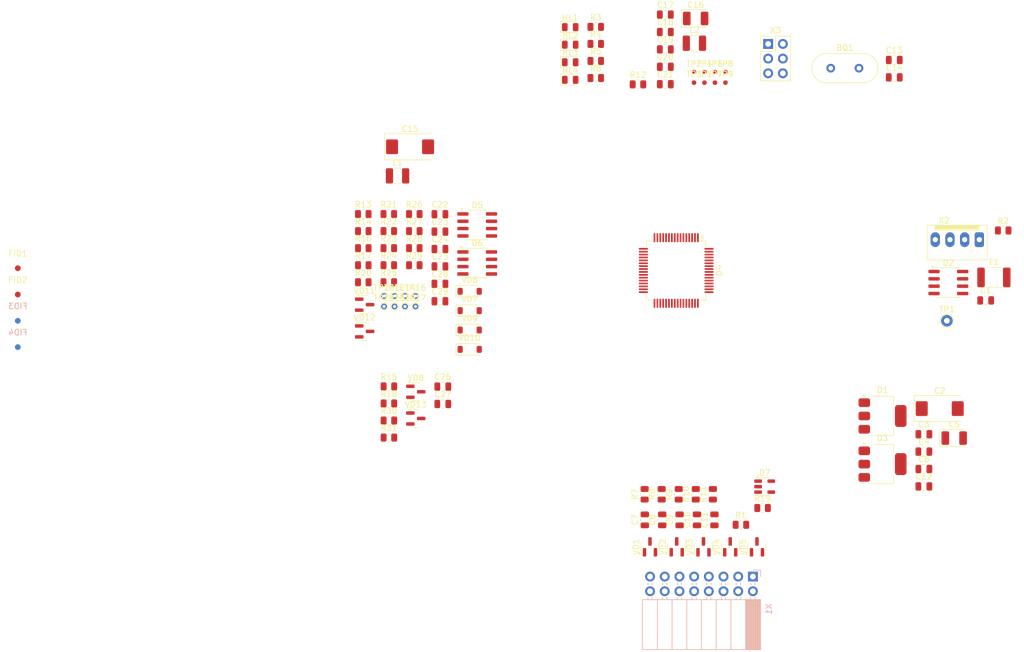
<source format=kicad_pcb>
(kicad_pcb
	(version 20240108)
	(generator "pcbnew")
	(generator_version "8.0")
	(general
		(thickness 1.6)
		(legacy_teardrops no)
	)
	(paper "A4")
	(layers
		(0 "F.Cu" signal)
		(31 "B.Cu" signal)
		(32 "B.Adhes" user "B.Adhesive")
		(33 "F.Adhes" user "F.Adhesive")
		(34 "B.Paste" user)
		(35 "F.Paste" user)
		(36 "B.SilkS" user "B.Silkscreen")
		(37 "F.SilkS" user "F.Silkscreen")
		(38 "B.Mask" user)
		(39 "F.Mask" user)
		(40 "Dwgs.User" user "User.Drawings")
		(41 "Cmts.User" user "User.Comments")
		(42 "Eco1.User" user "User.Eco1")
		(43 "Eco2.User" user "User.Eco2")
		(44 "Edge.Cuts" user)
		(45 "Margin" user)
		(46 "B.CrtYd" user "B.Courtyard")
		(47 "F.CrtYd" user "F.Courtyard")
		(48 "B.Fab" user)
		(49 "F.Fab" user)
		(50 "User.1" user)
		(51 "User.2" user)
		(52 "User.3" user)
		(53 "User.4" user)
		(54 "User.5" user)
		(55 "User.6" user)
		(56 "User.7" user)
		(57 "User.8" user)
		(58 "User.9" user)
	)
	(setup
		(pad_to_mask_clearance 0)
		(allow_soldermask_bridges_in_footprints no)
		(pcbplotparams
			(layerselection 0x00010fc_ffffffff)
			(plot_on_all_layers_selection 0x0000000_00000000)
			(disableapertmacros no)
			(usegerberextensions no)
			(usegerberattributes yes)
			(usegerberadvancedattributes yes)
			(creategerberjobfile yes)
			(dashed_line_dash_ratio 12.000000)
			(dashed_line_gap_ratio 3.000000)
			(svgprecision 4)
			(plotframeref no)
			(viasonmask no)
			(mode 1)
			(useauxorigin no)
			(hpglpennumber 1)
			(hpglpenspeed 20)
			(hpglpendiameter 15.000000)
			(pdf_front_fp_property_popups yes)
			(pdf_back_fp_property_popups yes)
			(dxfpolygonmode yes)
			(dxfimperialunits yes)
			(dxfusepcbnewfont yes)
			(psnegative no)
			(psa4output no)
			(plotreference yes)
			(plotvalue yes)
			(plotfptext yes)
			(plotinvisibletext no)
			(sketchpadsonfab no)
			(subtractmaskfromsilk no)
			(outputformat 1)
			(mirror no)
			(drillshape 1)
			(scaleselection 1)
			(outputdirectory "")
		)
	)
	(net 0 "")
	(net 1 "Net-(D4-PD0)")
	(net 2 "Net-(D4-PD1)")
	(net 3 "+3V3")
	(net 4 "GND")
	(net 5 "+12V")
	(net 6 "+5V")
	(net 7 "UA_RDY")
	(net 8 "XRAY_ON")
	(net 9 "NO_LINK")
	(net 10 "OVERLOAD")
	(net 11 "OVERHEAT")
	(net 12 "+12VA")
	(net 13 "+3.3VA")
	(net 14 "Net-(D5A-+)")
	(net 15 "Net-(D5B-+)")
	(net 16 "Net-(D6A-+)")
	(net 17 "Net-(D6B-+)")
	(net 18 "HV_24V")
	(net 19 "HV_15V")
	(net 20 "Net-(D2-B)")
	(net 21 "U1_RX")
	(net 22 "TXEN")
	(net 23 "Net-(D2-A)")
	(net 24 "U1_TX")
	(net 25 "SWO")
	(net 26 "unconnected-(D4-PC15-Pad4)")
	(net 27 "unconnected-(D4-PB4-Pad56)")
	(net 28 "unconnected-(D4-PB2-Pad28)")
	(net 29 "Ia_CTRL")
	(net 30 "SWCLK")
	(net 31 "unconnected-(D4-PC6-Pad37)")
	(net 32 "unconnected-(D4-PB9-Pad62)")
	(net 33 "unconnected-(D4-PC3-Pad11)")
	(net 34 "unconnected-(D4-PB10-Pad29)")
	(net 35 "unconnected-(D4-PC14-Pad3)")
	(net 36 "Net-(D4-PC10)")
	(net 37 "unconnected-(D4-PC0-Pad8)")
	(net 38 "RESET")
	(net 39 "unconnected-(D4-PB8-Pad61)")
	(net 40 "SWDIO")
	(net 41 "Net-(D4-PB14)")
	(net 42 "unconnected-(D4-PD2-Pad54)")
	(net 43 "Ua_MON")
	(net 44 "unconnected-(D4-PA1-Pad15)")
	(net 45 "unconnected-(D4-PA12-Pad45)")
	(net 46 "Net-(D4-PC11)")
	(net 47 "HV_ENABLE")
	(net 48 "unconnected-(D4-PB1-Pad27)")
	(net 49 "unconnected-(D4-PB0-Pad26)")
	(net 50 "unconnected-(D4-PC12-Pad53)")
	(net 51 "Ua_CTRL")
	(net 52 "unconnected-(D4-PC2-Pad10)")
	(net 53 "Net-(D4-PB12)")
	(net 54 "CONN")
	(net 55 "Ia_MON")
	(net 56 "Net-(D4-PA3)")
	(net 57 "unconnected-(D4-PC13-Pad2)")
	(net 58 "unconnected-(D4-PB11-Pad30)")
	(net 59 "LED_ACT")
	(net 60 "Net-(D4-PB15)")
	(net 61 "unconnected-(D4-PA15-Pad50)")
	(net 62 "Net-(D4-PA2)")
	(net 63 "Net-(D4-PB13)")
	(net 64 "unconnected-(D4-PA0-Pad14)")
	(net 65 "Net-(D5A--)")
	(net 66 "Net-(D5B--)")
	(net 67 "Net-(D6-Pad7)")
	(net 68 "Net-(D6-Pad1)")
	(net 69 "Net-(D6B--)")
	(net 70 "Net-(D6A--)")
	(net 71 "unconnected-(D7-NC-Pad1)")
	(net 72 "X_HV_ENABLE")
	(net 73 "Net-(X2-Pin_1)")
	(net 74 "Net-(HL1-K)")
	(net 75 "Net-(HL2-K)")
	(net 76 "X_HV_24V")
	(net 77 "Net-(HL3-K)")
	(net 78 "Net-(HL4-K)")
	(net 79 "/X_UA_RDY")
	(net 80 "/X_XRAY_ON")
	(net 81 "/X_NO_LINK")
	(net 82 "/X_OVERLOAD")
	(net 83 "/X_OVERHEAT")
	(net 84 "X_Ua_MON")
	(net 85 "X_Ia_MON")
	(net 86 "X_Ua_CTRL")
	(net 87 "X_Ia_CTRL")
	(net 88 "X_HV_15V")
	(footprint "Capacitor_SMD:C_0805_2012Metric" (layer "F.Cu") (at 59.51 83.350001 90))
	(footprint "Capacitor_SMD:C_0805_2012Metric" (layer "F.Cu") (at 12.55 63.3))
	(footprint "Resistor_SMD:R_0805_2012Metric" (layer "F.Cu") (at 3.21 33.39))
	(footprint "TestPoint:TestPoint_THTPad_D1.0mm_Drill0.5mm" (layer "F.Cu") (at 4.203 44.621))
	(footprint "Connector_PinHeader_2.54mm:PinHeader_2x03_P2.54mm_Vertical" (layer "F.Cu") (at 68.8 1))
	(footprint "Resistor_SMD:R_0805_2012Metric" (layer "F.Cu") (at 38.9875 1))
	(footprint "Resistor_SMD:R_0805_2012Metric" (layer "F.Cu") (at 3.23 66.16))
	(footprint "Capacitor_SMD:C_0805_2012Metric" (layer "F.Cu") (at 12.05 45.52))
	(footprint "Capacitor_SMD:C_0805_2012Metric" (layer "F.Cu") (at 51.0175 -4.07))
	(footprint "Package_TO_SOT_SMD:SOT-223-3_TabPin2" (layer "F.Cu") (at 88.5675 73.7))
	(footprint "Capacitor_Tantalum_SMD:CP_EIA-7343-31_Kemet-D" (layer "F.Cu") (at 6.8875 18.8))
	(footprint "Capacitor_SMD:C_0805_2012Metric" (layer "F.Cu") (at 95.7175 68.53))
	(footprint "Resistor_SMD:R_0805_2012Metric" (layer "F.Cu") (at 3.23 60.26))
	(footprint "Capacitor_SMD:C_0805_2012Metric" (layer "F.Cu") (at 95.7175 71.54))
	(footprint "Capacitor_Tantalum_SMD:CP_EIA-7343-31_Kemet-D" (layer "F.Cu") (at 98.4625 64.1))
	(footprint "Ecohim:TestPoint_Pad_D0.8mm_no_circle" (layer "F.Cu") (at 57.788 5.888))
	(footprint "Package_TO_SOT_SMD:SOT-23" (layer "F.Cu") (at 48.365 88.020001 90))
	(footprint "Resistor_SMD:R_0805_2012Metric" (layer "F.Cu") (at 3.21 42.24))
	(footprint "Ecohim:TestPoint_Pad_D0.8mm_no_circle" (layer "F.Cu") (at 59.6 7.7))
	(footprint "Resistor_SMD:R_0805_2012Metric" (layer "F.Cu") (at 3.21 30.44))
	(footprint "Capacitor_SMD:C_0805_2012Metric" (layer "F.Cu") (at 106.405 45.38))
	(footprint "Capacitor_SMD:C_0805_2012Metric" (layer "F.Cu") (at 51.0175 -1.06))
	(footprint "TestPoint:TestPoint_THTPad_D1.0mm_Drill0.5mm" (layer "F.Cu") (at 7.827 44.621))
	(footprint "Inductor_SMD:L_1210_3225Metric" (layer "F.Cu") (at 56.0475 0.88))
	(footprint "Resistor_SMD:R_0805_2012Metric" (layer "F.Cu") (at 7.62 30.44))
	(footprint "Capacitor_SMD:C_0805_2012Metric" (layer "F.Cu") (at 90.6 3.78))
	(footprint "Package_TO_SOT_SMD:SOT-23" (layer "F.Cu") (at 52.99 88.020001 90))
	(footprint "Capacitor_SMD:C_0805_2012Metric" (layer "F.Cu") (at 12.05 30.47))
	(footprint "Diode_SMD:D_SOD-123" (layer "F.Cu") (at 17.195 43.8))
	(footprint "Package_TO_SOT_SMD:SOT-23-5" (layer "F.Cu") (at 68.2 77.6))
	(footprint "Package_QFP:LQFP-64_10x10mm_P0.5mm" (layer "F.Cu") (at 52.9 40.2 -90))
	(footprint "TestPoint:TestPoint_THTPad_D1.0mm_Drill0.5mm" (layer "F.Cu") (at 2.391 46.433))
	(footprint "Capacitor_SMD:C_0805_2012Metric" (layer "F.Cu") (at 12.05 39.5))
	(footprint "Resistor_SMD:R_0805_2012Metric" (layer "F.Cu") (at 53.34 78.920001 90))
	(footprint "LED_SMD:LED_0805_2012Metric" (layer "F.Cu") (at 34.5775 1.135))
	(footprint "Resistor_SMD:R_0805_2012Metric" (layer "F.Cu") (at 47.44 78.920001 90))
	(footprint "Capacitor_SMD:C_0805_2012Metric" (layer "F.Cu") (at 51.0175 1.95))
	(footprint "TestPoint:TestPoint_THTPad_D1.0mm_Drill0.5mm" (layer "F.Cu") (at 6.015 44.621))
	(footprint "Resistor_SMD:R_0805_2012Metric" (layer "F.Cu") (at 109.435 33.28))
	(footprint "Resistor_SMD:R_0805_2012Metric" (layer "F.Cu") (at 67.83 81.295))
	(footprint "Resistor_SMD:R_0805_2012Metric"
		(layer "F.Cu")
		(uuid "435e5482-0854-481b-91a6-c63e626c5eaa")
		(at 38.9875 3.95)
		(descr "Resistor SMD 0805 (2012 Metric), square (rectangular) end terminal, IPC_7351 nominal, (Body size source: IPC-SM-782 page 72, https://www.pcb-3d.com/wordpress/wp-content/uploads/ipc-sm-782a_amendment_1_and_2.pdf), generated with kicad-footprint-generator")
		(tags "resistor")
		(property "Reference" "R5"
			(at 0 -1.65 0)
			(layer "F.SilkS")
			(uuid "f7bc3bd4-17de-4dcb-9db7-35b7cb772765")
			(effects
				(font
					(size 1 1)
					(thickness 0.15)
				)
			)
		)
		(property "Value" "330"
			(at 0 1.65 0)
			(layer "F.Fab")
			(uuid "10ce2447-b21c-496d-ac81-49e78ea57b2e")
			(effects
				(font
					(size 1 1)
					(thickness 0.15)
				)
			)
		)
		(property "Footprint" "Resistor_SMD:R_0805_2012Metric"
			(at 0 0 0)
			(unlocked yes)
			(layer "F.Fab")
			(hide yes)
			(uuid "3c6f5375-0c38-42f5-a987-f05e6e88a1c9")
			(effects
				(font
					(size 1.27 1.27)
					(thickness 0.15)
				)
			)
		)
		(property "Datasheet" ""
			(at 0 0 0)
			(unlocked yes)
			(layer "F.Fab")
			(hide yes)
			(uuid "d7d9b1f3-fbd7-4ce1-bbbb-71725409a81b")
			(effects
				(font
					(size 1.27 1.27)
					(thickness 0.15)
				)
			)
		)
		(property "Description" ""
			(at 0 0 0)
			(unlocked yes)
			(layer "F.Fab")
			(hide yes)
			(uuid "ff850b4b-60d7-4660-b2ca-9efe2931628a")
			(effects
				(font
					(size 1.27 1.27)
					(thickness 0.15)
				)
			)
		)
		(property ki_fp_filters "R_*")
		(path "/5006503a-4cef-44fd-aadc-c27a01d791e2")
		(sheetname "Root")
		(sheetfile "RS485_BSV_V1R1.kicad_sch")
		(attr smd)
		(fp_line
			(start -0.227064 -0.735)
			(end 0.227064 -0.735)
			(stroke
				(width 0.12)
				(type solid)
			)
			(layer "F.SilkS")
			(uuid "2f6dc3fa-834d-4a8a-9b52-4f714b2af414")
		)
		(fp_line
			(start -0.227064 0.735)
			(end 0.227064 0.735)
			(stroke
				(width 0.12)
				(type solid)
			)
			(layer "F.SilkS")
			(uuid "c01222b2-1fcf-4a60-b465-a2e53017669d")
		)
		(fp_line
			(start -1.68 -0.95)
			(end 1.68 -0.95)
			(stroke
				(width 0.05)
				(type solid)
			)
			(layer "F.CrtYd")
			(uuid "23384eb8-7623-4df0-b1a7-892fe259f730")
		)
		(fp_line
			(start -1.68 0.95)
			(end -1.68 -0.95)
			(stroke
				(width 0.05)
				(type solid)
			)
			(layer "F.CrtYd")
			(uuid "430f2bc2-bc31-4406-9e4c-ac7768da42ab")
		)
		(fp_line
			(start 1.68 -0.95)
			(end 1.68 0.95)
			(stroke
				(width 0.05)
				(type solid)
			)
			(layer "F.CrtYd")
			(uuid "e98143e2-1205-4892-9019-fa5a027faba1")
		)
		(fp_line
			(start 1.68 0.95)
			(end -1.68 0.95)
			(stroke
				(width 0.05)
				(type solid)
			)
			(layer "F.CrtYd")
			(uuid "29f3fbdf-8c1f-4af4-88cd-11db879c9910")
		)
		(fp_line
			(start -1 -0.625)
			(end 1 -0.625)
			(stroke
				(width 0.1)
				(type solid)
			)
			(layer "F.Fab")
			(uuid "b0a96ec1-67be-4bb5-8e4b-e2670bd9573a")
		)
		(fp_line
			(start -1 0.625)
			(end -1 -0.625)
			(stroke
				(width 0.1)
				(type solid)
			)
			(layer "F.Fab")
			(uuid "6c8e840b-205c-453a-b574-97aef172fb98")
		)
		(fp_line
			(start 1 -0.625)
			(end 1 0.62
... [319796 chars truncated]
</source>
